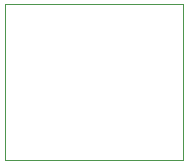
<source format=gm1>
G04 #@! TF.GenerationSoftware,KiCad,Pcbnew,(6.0.6-0)*
G04 #@! TF.CreationDate,2022-07-24T09:40:11-04:00*
G04 #@! TF.ProjectId,hitclips_2040_adapter_v5,68697463-6c69-4707-935f-323034305f61,rev?*
G04 #@! TF.SameCoordinates,Original*
G04 #@! TF.FileFunction,Profile,NP*
%FSLAX46Y46*%
G04 Gerber Fmt 4.6, Leading zero omitted, Abs format (unit mm)*
G04 Created by KiCad (PCBNEW (6.0.6-0)) date 2022-07-24 09:40:11*
%MOMM*%
%LPD*%
G01*
G04 APERTURE LIST*
G04 #@! TA.AperFunction,Profile*
%ADD10C,0.100000*%
G04 #@! TD*
G04 APERTURE END LIST*
D10*
X145694400Y-85750400D02*
X145694400Y-99000000D01*
X130657600Y-99000000D02*
X145694400Y-99000000D01*
X130657600Y-85750400D02*
X145694400Y-85750400D01*
X130657600Y-85750400D02*
X130657600Y-99000000D01*
M02*

</source>
